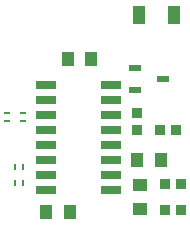
<source format=gbp>
G04*
G04 #@! TF.GenerationSoftware,Altium Limited,Altium Designer,20.2.7 (254)*
G04*
G04 Layer_Color=128*
%FSLAX25Y25*%
%MOIN*%
G70*
G04*
G04 #@! TF.SameCoordinates,96668020-E94A-4B99-9336-B782C63C42B1*
G04*
G04*
G04 #@! TF.FilePolarity,Positive*
G04*
G01*
G75*
%ADD13R,0.03937X0.06299*%
%ADD14R,0.03937X0.04921*%
%ADD17R,0.03347X0.03347*%
%ADD18R,0.04921X0.03937*%
%ADD41R,0.03347X0.03347*%
%ADD42R,0.00984X0.01968*%
%ADD43R,0.01968X0.00984*%
%ADD44R,0.06575X0.02992*%
%ADD45R,0.03937X0.02362*%
D13*
X119291Y104331D02*
D03*
X107480D02*
D03*
D14*
X91732Y89764D02*
D03*
X83858D02*
D03*
X107087Y55905D02*
D03*
X114961D02*
D03*
X84646Y38583D02*
D03*
X76772D02*
D03*
D17*
X107087Y71653D02*
D03*
Y66142D02*
D03*
D18*
X107874Y39764D02*
D03*
Y47638D02*
D03*
D41*
X121653Y48031D02*
D03*
X116142D02*
D03*
X121653Y39370D02*
D03*
X116142D02*
D03*
X114567Y66142D02*
D03*
X120079D02*
D03*
D42*
X68898Y48425D02*
D03*
X66339D02*
D03*
Y53543D02*
D03*
X68898D02*
D03*
D43*
X63779Y71653D02*
D03*
Y69095D02*
D03*
X68898D02*
D03*
Y71653D02*
D03*
D44*
X76575Y46161D02*
D03*
Y51161D02*
D03*
Y56161D02*
D03*
Y61161D02*
D03*
Y66161D02*
D03*
Y71161D02*
D03*
Y76161D02*
D03*
Y81161D02*
D03*
X98228Y46161D02*
D03*
Y51161D02*
D03*
Y56161D02*
D03*
Y61161D02*
D03*
Y66161D02*
D03*
Y71161D02*
D03*
Y76161D02*
D03*
Y81161D02*
D03*
D45*
X115748Y83071D02*
D03*
X106299Y86811D02*
D03*
Y79331D02*
D03*
M02*

</source>
